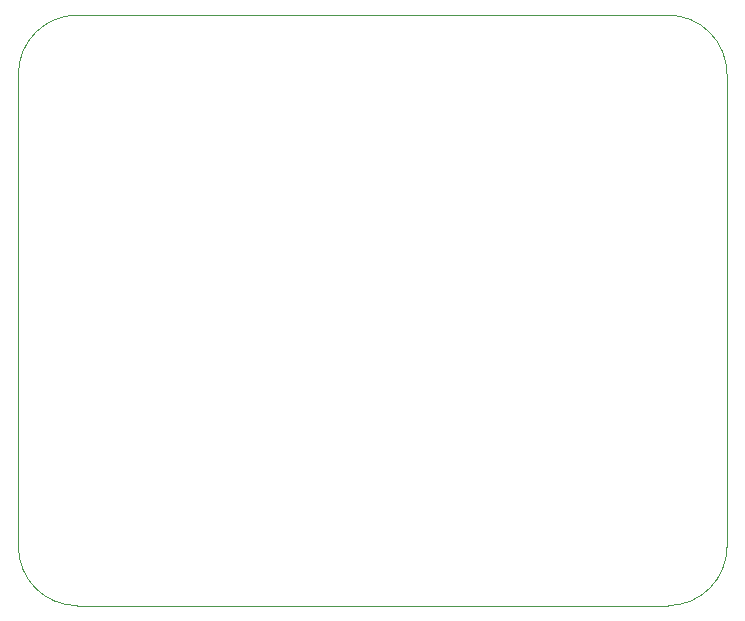
<source format=gbr>
%TF.GenerationSoftware,KiCad,Pcbnew,7.0.5*%
%TF.CreationDate,2023-06-11T14:56:47+10:00*%
%TF.ProjectId,Servo Controller 555,53657276-6f20-4436-9f6e-74726f6c6c65,rev?*%
%TF.SameCoordinates,Original*%
%TF.FileFunction,Profile,NP*%
%FSLAX46Y46*%
G04 Gerber Fmt 4.6, Leading zero omitted, Abs format (unit mm)*
G04 Created by KiCad (PCBNEW 7.0.5) date 2023-06-11 14:56:47*
%MOMM*%
%LPD*%
G01*
G04 APERTURE LIST*
%TA.AperFunction,Profile*%
%ADD10C,0.100000*%
%TD*%
G04 APERTURE END LIST*
D10*
X240000000Y-60000000D02*
X190000000Y-60000000D01*
X245000000Y-105000000D02*
X245000000Y-65000000D01*
X240000000Y-110000000D02*
G75*
G03*
X245000000Y-105000000I0J5000000D01*
G01*
X185000000Y-105000000D02*
G75*
G03*
X190000000Y-110000000I5000000J0D01*
G01*
X185000000Y-65000000D02*
X185000000Y-105000000D01*
X245000000Y-65000000D02*
G75*
G03*
X240000000Y-60000000I-5000000J0D01*
G01*
X190000000Y-110000000D02*
X240000000Y-110000000D01*
X190000000Y-60000000D02*
G75*
G03*
X185000000Y-65000000I0J-5000000D01*
G01*
M02*

</source>
